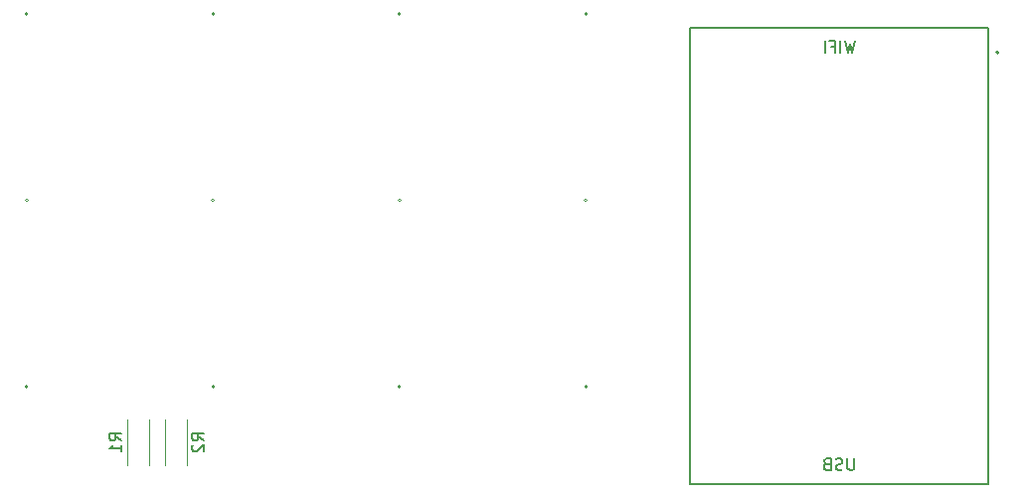
<source format=gbr>
%TF.GenerationSoftware,KiCad,Pcbnew,(6.0.10-0)*%
%TF.CreationDate,2023-03-25T14:15:02-04:00*%
%TF.ProjectId,Shuttle Tracker Node,53687574-746c-4652-9054-7261636b6572,rev?*%
%TF.SameCoordinates,Original*%
%TF.FileFunction,Legend,Bot*%
%TF.FilePolarity,Positive*%
%FSLAX46Y46*%
G04 Gerber Fmt 4.6, Leading zero omitted, Abs format (unit mm)*
G04 Created by KiCad (PCBNEW (6.0.10-0)) date 2023-03-25 14:15:02*
%MOMM*%
%LPD*%
G01*
G04 APERTURE LIST*
%ADD10C,0.150000*%
%ADD11C,0.120000*%
%ADD12C,0.127000*%
%ADD13C,0.200000*%
G04 APERTURE END LIST*
D10*
%TO.C,R1*%
X147757380Y-114768333D02*
X147281190Y-114435000D01*
X147757380Y-114196904D02*
X146757380Y-114196904D01*
X146757380Y-114577857D01*
X146805000Y-114673095D01*
X146852619Y-114720714D01*
X146947857Y-114768333D01*
X147090714Y-114768333D01*
X147185952Y-114720714D01*
X147233571Y-114673095D01*
X147281190Y-114577857D01*
X147281190Y-114196904D01*
X147757380Y-115720714D02*
X147757380Y-115149285D01*
X147757380Y-115435000D02*
X146757380Y-115435000D01*
X146900238Y-115339761D01*
X146995476Y-115244523D01*
X147043095Y-115149285D01*
%TO.C,R2*%
X154772380Y-114768333D02*
X154296190Y-114435000D01*
X154772380Y-114196904D02*
X153772380Y-114196904D01*
X153772380Y-114577857D01*
X153820000Y-114673095D01*
X153867619Y-114720714D01*
X153962857Y-114768333D01*
X154105714Y-114768333D01*
X154200952Y-114720714D01*
X154248571Y-114673095D01*
X154296190Y-114577857D01*
X154296190Y-114196904D01*
X153867619Y-115149285D02*
X153820000Y-115196904D01*
X153772380Y-115292142D01*
X153772380Y-115530238D01*
X153820000Y-115625476D01*
X153867619Y-115673095D01*
X153962857Y-115720714D01*
X154058095Y-115720714D01*
X154200952Y-115673095D01*
X154772380Y-115101666D01*
X154772380Y-115720714D01*
%TO.C,U1*%
X210176904Y-116292380D02*
X210176904Y-117101904D01*
X210129285Y-117197142D01*
X210081666Y-117244761D01*
X209986428Y-117292380D01*
X209795952Y-117292380D01*
X209700714Y-117244761D01*
X209653095Y-117197142D01*
X209605476Y-117101904D01*
X209605476Y-116292380D01*
X209176904Y-117244761D02*
X209034047Y-117292380D01*
X208795952Y-117292380D01*
X208700714Y-117244761D01*
X208653095Y-117197142D01*
X208605476Y-117101904D01*
X208605476Y-117006666D01*
X208653095Y-116911428D01*
X208700714Y-116863809D01*
X208795952Y-116816190D01*
X208986428Y-116768571D01*
X209081666Y-116720952D01*
X209129285Y-116673333D01*
X209176904Y-116578095D01*
X209176904Y-116482857D01*
X209129285Y-116387619D01*
X209081666Y-116340000D01*
X208986428Y-116292380D01*
X208748333Y-116292380D01*
X208605476Y-116340000D01*
X207843571Y-116768571D02*
X207700714Y-116816190D01*
X207653095Y-116863809D01*
X207605476Y-116959047D01*
X207605476Y-117101904D01*
X207653095Y-117197142D01*
X207700714Y-117244761D01*
X207795952Y-117292380D01*
X208176904Y-117292380D01*
X208176904Y-116292380D01*
X207843571Y-116292380D01*
X207748333Y-116340000D01*
X207700714Y-116387619D01*
X207653095Y-116482857D01*
X207653095Y-116578095D01*
X207700714Y-116673333D01*
X207748333Y-116720952D01*
X207843571Y-116768571D01*
X208176904Y-116768571D01*
X210248333Y-80732380D02*
X210010238Y-81732380D01*
X209819761Y-81018095D01*
X209629285Y-81732380D01*
X209391190Y-80732380D01*
X209010238Y-81732380D02*
X209010238Y-80732380D01*
X208200714Y-81208571D02*
X208534047Y-81208571D01*
X208534047Y-81732380D02*
X208534047Y-80732380D01*
X208057857Y-80732380D01*
X207676904Y-81732380D02*
X207676904Y-80732380D01*
D11*
%TO.C,SW4*%
X187452000Y-78422500D02*
G75*
G03*
X187452000Y-78422500I-127000J0D01*
G01*
%TO.C,SW9*%
X139827000Y-110172500D02*
G75*
G03*
X139827000Y-110172500I-127000J0D01*
G01*
%TO.C,SW2*%
X155702000Y-78422500D02*
G75*
G03*
X155702000Y-78422500I-127000J0D01*
G01*
%TO.C,SW10*%
X155702000Y-110172500D02*
G75*
G03*
X155702000Y-110172500I-127000J0D01*
G01*
%TO.C,SW5*%
X139827000Y-94297500D02*
G75*
G03*
X139827000Y-94297500I-127000J0D01*
G01*
%TO.C,SW3*%
X171577000Y-78422500D02*
G75*
G03*
X171577000Y-78422500I-127000J0D01*
G01*
%TO.C,SW1*%
X139827000Y-78422500D02*
G75*
G03*
X139827000Y-78422500I-127000J0D01*
G01*
%TO.C,SW11*%
X171577000Y-110172500D02*
G75*
G03*
X171577000Y-110172500I-127000J0D01*
G01*
%TO.C,SW12*%
X187452000Y-110172500D02*
G75*
G03*
X187452000Y-110172500I-127000J0D01*
G01*
%TO.C,SW6*%
X155702000Y-94297500D02*
G75*
G03*
X155702000Y-94297500I-127000J0D01*
G01*
%TO.C,SW7*%
X171577000Y-94297500D02*
G75*
G03*
X171577000Y-94297500I-127000J0D01*
G01*
%TO.C,SW8*%
X187452000Y-94297500D02*
G75*
G03*
X187452000Y-94297500I-127000J0D01*
G01*
%TO.C,R1*%
X148305000Y-113015000D02*
X148305000Y-116855000D01*
X150145000Y-113015000D02*
X150145000Y-116855000D01*
%TO.C,R2*%
X153320000Y-116855000D02*
X153320000Y-113015000D01*
X151480000Y-116855000D02*
X151480000Y-113015000D01*
D12*
%TO.C,U1*%
X221615000Y-79605000D02*
X196215000Y-79605000D01*
X196215000Y-118515000D02*
X221615000Y-118515000D01*
X221615000Y-118515000D02*
X221615000Y-79605000D01*
X196215000Y-79605000D02*
X196215000Y-118515000D01*
D13*
X222477000Y-81713000D02*
G75*
G03*
X222477000Y-81713000I-100000J0D01*
G01*
%TD*%
M02*

</source>
